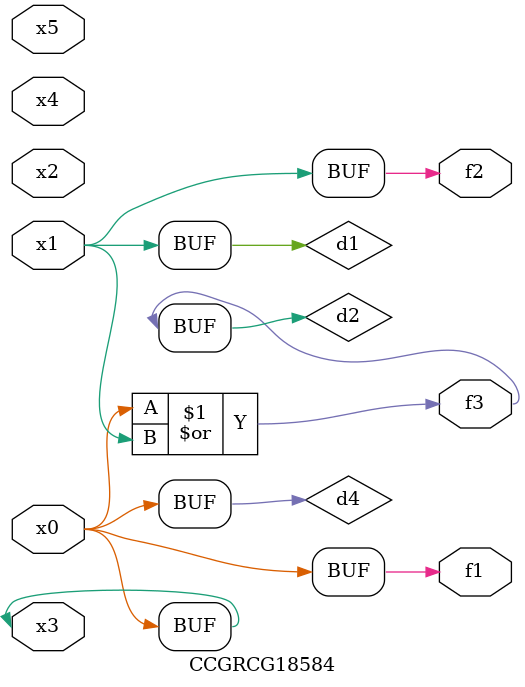
<source format=v>
module CCGRCG18584(
	input x0, x1, x2, x3, x4, x5,
	output f1, f2, f3
);

	wire d1, d2, d3, d4;

	and (d1, x1);
	or (d2, x0, x1);
	nand (d3, x0, x5);
	buf (d4, x0, x3);
	assign f1 = d4;
	assign f2 = d1;
	assign f3 = d2;
endmodule

</source>
